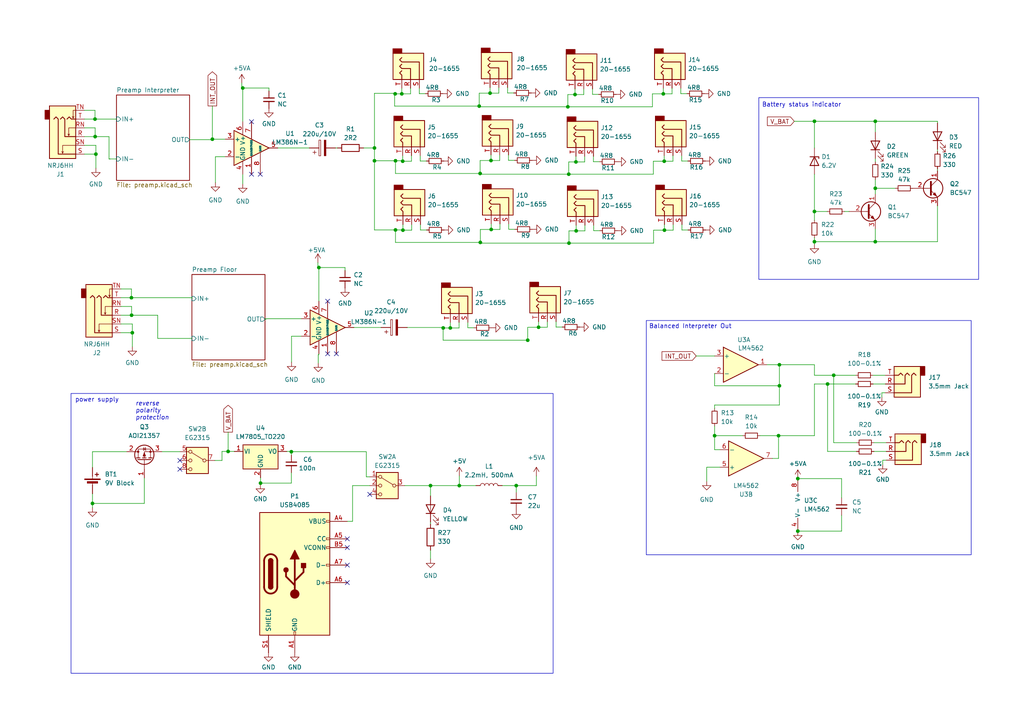
<source format=kicad_sch>
(kicad_sch (version 20230121) (generator eeschema)
  (paper "A4")
  (lib_symbols
    (symbol "Amplifier_Audio:LM386" (pin_names (offset 0.127))
      (property "Reference" "U" (at 1.27 7.62 0))
      (property "Value" "LM386" (at 1.27 5.08 0))
      (symbol "LM386_1_1"
        (pin input line (at 0 -7.62 90) (length 5.08) (name "GAIN") (number "1"))
        (pin input line (at -7.62 -2.54 0) (length 2.54) (name "-") (number "2"))
        (pin input line (at -7.62 2.54 0) (length 2.54) (name "+") (number "3"))
        (pin power_in line (at -2.54 -7.62 90) (length 3.81) (name "GND") (number "4"))
        (pin output line (at 7.62 0 180) (length 2.54) (name "~") (number "5"))
        (pin power_in line (at -2.54 7.62 270) (length 3.81) (name "V+") (number "6"))
        (pin input line (at 0 7.62 270) (length 5.08) (name "BYPASS") (number "7"))
        (pin input line (at 2.54 -7.62 90) (length 6.35) (name "GAIN") (number "8"))
      )
    )
    (symbol "Amplifier_Operational:NE5532" (pin_names (offset 0.127))
      (property "Reference" "U" (at 0 5.08 0))
      (property "Value" "NE5532" (at 0 -5.08 0))
      (symbol "NE5532_1_1"
        (pin output line (at 7.62 0 180) (length 2.54) (name "~") (number "1"))
        (pin input line (at -7.62 -2.54 0) (length 2.54) (name "-") (number "2"))
        (pin input line (at -7.62 2.54 0) (length 2.54) (name "+") (number "3"))
      )
      (symbol "NE5532_2_1"
        (pin input line (at -7.62 2.54 0) (length 2.54) (name "+") (number "5"))
        (pin input line (at -7.62 -2.54 0) (length 2.54) (name "-") (number "6"))
        (pin output line (at 7.62 0 180) (length 2.54) (name "~") (number "7"))
      )
      (symbol "NE5532_3_1"
        (pin power_in line (at -2.54 -7.62 90) (length 3.81) (name "V-") (number "4"))
        (pin power_in line (at -2.54 7.62 270) (length 3.81) (name "V+") (number "8"))
      )
    )
    (symbol "Connector:USB_C_Plug_USB2.0" (pin_names (offset 1.016))
      (property "Reference" "P" (at -10.16 19.05 0))
      (property "Value" "USB_C_Plug_USB2.0" (at 12.7 19.05 0))
      (symbol "USB_C_Plug_USB2.0_1_1"
        (pin passive line (at 0 -22.86 90) (length 5.08) (name "GND") (number "A1"))
        (pin passive line (at 0 -22.86 90) (length 5.08) hide (name "GND") (number "A12"))
        (pin passive line (at 15.24 15.24 180) (length 5.08) (name "VBUS") (number "A4"))
        (pin bidirectional line (at 15.24 10.16 180) (length 5.08) (name "CC") (number "A5"))
        (pin bidirectional line (at 15.24 -2.54 180) (length 5.08) (name "D+") (number "A6"))
        (pin bidirectional line (at 15.24 2.54 180) (length 5.08) (name "D-") (number "A7"))
        (pin passive line (at 15.24 15.24 180) (length 5.08) hide (name "VBUS") (number "A9"))
        (pin passive line (at 0 -22.86 90) (length 5.08) hide (name "GND") (number "B1"))
        (pin passive line (at 0 -22.86 90) (length 5.08) hide (name "GND") (number "B12"))
        (pin passive line (at 15.24 15.24 180) (length 5.08) hide (name "VBUS") (number "B4"))
        (pin bidirectional line (at 15.24 7.62 180) (length 5.08) (name "VCONN") (number "B5"))
        (pin passive line (at 15.24 15.24 180) (length 5.08) hide (name "VBUS") (number "B9"))
        (pin passive line (at -7.62 -22.86 90) (length 5.08) (name "SHIELD") (number "S1"))
      )
    )
    (symbol "Connector_Audio:AudioJack3"
      (property "Reference" "J" (at 0 8.89 0))
      (property "Value" "AudioJack3" (at 0 6.35 0))
      (symbol "AudioJack3_1_1"
        (pin passive line (at 5.08 0 180) (length 2.54) (name "~") (number "R"))
        (pin passive line (at 5.08 2.54 180) (length 2.54) (name "~") (number "S"))
        (pin passive line (at 5.08 -2.54 180) (length 2.54) (name "~") (number "T"))
      )
    )
    (symbol "Connector_Audio:NRJ6HH"
      (property "Reference" "J" (at 0 11.43 0))
      (property "Value" "NRJ6HH" (at 0 8.89 0))
      (symbol "NRJ6HH_1_1"
        (pin passive line (at 5.08 0 180) (length 2.54) (name "~") (number "R"))
        (pin passive line (at 5.08 -2.54 180) (length 2.54) (name "~") (number "RN"))
        (pin passive line (at 5.08 5.08 180) (length 2.54) (name "~") (number "S"))
        (pin passive line (at 5.08 2.54 180) (length 2.54) (name "~") (number "SN"))
        (pin passive line (at 5.08 -5.08 180) (length 2.54) (name "~") (number "T"))
        (pin passive line (at 5.08 -7.62 180) (length 2.54) (name "~") (number "TN"))
      )
    )
    (symbol "Device:Battery_Cell" (pin_numbers hide) (pin_names (offset 0) hide)
      (property "Reference" "BT" (at 2.54 2.54 0))
      (property "Value" "Battery_Cell" (at 2.54 0 0))
      (symbol "Battery_Cell_1_1"
        (pin passive line (at 0 5.08 270) (length 2.54) (name "+") (number "1"))
        (pin passive line (at 0 -2.54 90) (length 2.54) (name "-") (number "2"))
      )
    )
    (symbol "Device:C_Polarized" (pin_numbers hide) (pin_names (offset 0.254))
      (property "Reference" "C" (at 0.635 2.54 0))
      (property "Value" "C_Polarized" (at 0.635 -2.54 0))
      (symbol "C_Polarized_1_1"
        (pin passive line (at 0 3.81 270) (length 2.794) (name "~") (number "1"))
        (pin passive line (at 0 -3.81 90) (length 2.794) (name "~") (number "2"))
      )
    )
    (symbol "Device:C_Small" (pin_numbers hide) (pin_names (offset 0.254) hide)
      (property "Reference" "C" (at 0.254 1.778 0))
      (property "Value" "C_Small" (at 0.254 -2.032 0))
      (symbol "C_Small_1_1"
        (pin passive line (at 0 2.54 270) (length 2.032) (name "~") (number "1"))
        (pin passive line (at 0 -2.54 90) (length 2.032) (name "~") (number "2"))
      )
    )
    (symbol "Device:D_Zener" (pin_numbers hide) (pin_names (offset 1.016) hide)
      (property "Reference" "D" (at 0 2.54 0))
      (property "Value" "D_Zener" (at 0 -2.54 0))
      (symbol "D_Zener_1_1"
        (pin passive line (at -3.81 0 0) (length 2.54) (name "K") (number "1"))
        (pin passive line (at 3.81 0 180) (length 2.54) (name "A") (number "2"))
      )
    )
    (symbol "Device:L" (pin_numbers hide) (pin_names (offset 1.016) hide)
      (property "Reference" "L" (at -1.27 0 90))
      (property "Value" "L" (at 1.905 0 90))
      (symbol "L_1_1"
        (pin passive line (at 0 3.81 270) (length 1.27) (name "1") (number "1"))
        (pin passive line (at 0 -3.81 90) (length 1.27) (name "2") (number "2"))
      )
    )
    (symbol "Device:LED" (pin_numbers hide) (pin_names (offset 1.016) hide)
      (property "Reference" "D" (at 0 2.54 0))
      (property "Value" "LED" (at 0 -2.54 0))
      (symbol "LED_1_1"
        (pin passive line (at -3.81 0 0) (length 2.54) (name "K") (number "1"))
        (pin passive line (at 3.81 0 180) (length 2.54) (name "A") (number "2"))
      )
    )
    (symbol "Device:Q_PMOS_GDS" (pin_names (offset 0) hide)
      (property "Reference" "Q" (at 5.08 1.27 0))
      (property "Value" "Q_PMOS_GDS" (at 5.08 -1.27 0))
      (symbol "Q_PMOS_GDS_1_1"
        (pin input line (at -5.08 0 0) (length 2.54) (name "G") (number "1"))
        (pin passive line (at 2.54 5.08 270) (length 2.54) (name "D") (number "2"))
        (pin passive line (at 2.54 -5.08 90) (length 2.54) (name "S") (number "3"))
      )
    )
    (symbol "Device:R" (pin_numbers hide) (pin_names (offset 0))
      (property "Reference" "R" (at 2.032 0 90))
      (property "Value" "R" (at 0 0 90))
      (symbol "R_1_1"
        (pin passive line (at 0 3.81 270) (length 1.27) (name "~") (number "1"))
        (pin passive line (at 0 -3.81 90) (length 1.27) (name "~") (number "2"))
      )
    )
    (symbol "Device:R_Small" (pin_numbers hide) (pin_names (offset 0.254) hide)
      (property "Reference" "R" (at 0.762 0.508 0))
      (property "Value" "R_Small" (at 0.762 -1.016 0))
      (symbol "R_Small_1_1"
        (pin passive line (at 0 2.54 270) (length 0.762) (name "~") (number "1"))
        (pin passive line (at 0 -2.54 90) (length 0.762) (name "~") (number "2"))
      )
    )
    (symbol "Regulator_Linear:LM7805_TO220" (pin_names (offset 0.254))
      (property "Reference" "U" (at -3.81 3.175 0))
      (property "Value" "LM7805_TO220" (at 0 3.175 0))
      (symbol "LM7805_TO220_1_1"
        (pin power_in line (at -7.62 0 0) (length 2.54) (name "VI") (number "1"))
        (pin power_in line (at 0 -7.62 90) (length 2.54) (name "GND") (number "2"))
        (pin power_out line (at 7.62 0 180) (length 2.54) (name "VO") (number "3"))
      )
    )
    (symbol "Switch:SW_DP3T" (pin_names (offset 0) hide)
      (property "Reference" "SW" (at 0 5.08 0))
      (property "Value" "SW_DP3T" (at 0 -5.08 0))
      (symbol "SW_DP3T_1_1"
        (pin passive line (at 5.08 2.54 180) (length 2.54) (name "1") (number "1"))
        (pin passive line (at 5.08 0 180) (length 2.54) (name "2") (number "2"))
        (pin passive line (at -5.08 0 0) (length 2.54) (name "3") (number "3"))
        (pin passive line (at 5.08 -2.54 180) (length 2.54) (name "4") (number "4"))
      )
      (symbol "SW_DP3T_2_1"
        (pin passive line (at 5.08 2.54 180) (length 2.54) (name "5") (number "5"))
        (pin passive line (at 5.08 0 180) (length 2.54) (name "6") (number "6"))
        (pin passive line (at -5.08 0 0) (length 2.54) (name "7") (number "7"))
        (pin passive line (at 5.08 -2.54 180) (length 2.54) (name "8") (number "8"))
      )
    )
    (symbol "Transistor_BJT:BC547" (pin_names (offset 0) hide)
      (property "Reference" "Q" (at 5.08 1.905 0))
      (property "Value" "BC547" (at 5.08 0 0))
      (symbol "BC547_1_1"
        (pin passive line (at 2.54 5.08 270) (length 2.54) (name "C") (number "1"))
        (pin input line (at -5.08 0 0) (length 5.08) (name "B") (number "2"))
        (pin passive line (at 2.54 -5.08 90) (length 2.54) (name "E") (number "3"))
      )
    )
    (symbol "power:+5V" (power) (pin_names (offset 0))
      (property "Value" "+5V" (at 0 3.556 0))
      (symbol "+5V_1_1"
        (pin power_in line (at 0 0 90) (length 0) hide (name "+5V") (number "1"))
      )
    )
    (symbol "power:+5VA" (power) (pin_names (offset 0))
      (property "Value" "+5VA" (at 0 3.556 0))
      (symbol "+5VA_1_1"
        (pin power_in line (at 0 0 90) (length 0) hide (name "+5VA") (number "1"))
      )
    )
    (symbol "power:GND" (power) (pin_names (offset 0))
      (property "Value" "GND" (at 0 -3.81 0))
      (symbol "GND_1_1"
        (pin power_in line (at 0 0 270) (length 0) hide (name "GND") (number "1"))
      )
    )
  )
  (junction (at 142.4051 46.5572))
  (junction (at 253.873 70.104))
  (junction (at 116.5366 27.2201))
  (junction (at 114.7078 46.6257))
  (junction (at 207.264 126.365))
  (junction (at 253.873 54.61))
  (junction (at 236.22 61.341))
  (junction (at 226.06 105.791))
  (junction (at 241.808 108.839))
  (junction (at 138.9902 30.7761))
  (junction (at 164.9603 50.5196))
  (junction (at 84.5058 131.0132))
  (junction (at 165.0266 70.5184))
  (junction (at 167.0431 46.9636))
  (junction (at 225.806 126.365))
  (junction (at 70.4102 25.5301))
  (junction (at 66.167 130.937))
  (junction (at 116.8019 46.7604))
  (junction (at 27.813 44.704))
  (junction (at 75.565 140.1239))
  (junction (at 253.873 35.179))
  (junction (at 153.0604 98.6759))
  (junction (at 108.6118 42.9173))
  (junction (at 142.1398 27.0169))
  (junction (at 139.2555 50.3164))
  (junction (at 192.381 27.2201))
  (junction (at 27.5537 34.544))
  (junction (at 236.22 35.179))
  (junction (at 240.03 111.379))
  (junction (at 38.1644 91.4282))
  (junction (at 108.6118 46.6257))
  (junction (at 26.8224 146.019))
  (junction (at 114.6062 27.2201))
  (junction (at 128.5468 95.1199))
  (junction (at 226.06 111.887))
  (junction (at 164.695 30.9793))
  (junction (at 27.5966 39.624))
  (junction (at 130.6068 95.1199))
  (junction (at 149.733 140.843))
  (junction (at 167.1094 66.9624))
  (junction (at 192.7126 66.7592))
  (junction (at 236.22 70.104))
  (junction (at 133.223 140.843))
  (junction (at 92.4828 77.597))
  (junction (at 142.4714 66.556))
  (junction (at 192.6463 46.7604))
  (junction (at 156.21 94.9167))
  (junction (at 139.3218 70.3152))
  (junction (at 166.7778 27.4233))
  (junction (at 114.7078 66.6917))
  (junction (at 231.394 138.811))
  (junction (at 231.394 154.051))
  (junction (at 38.3808 96.5082))
  (junction (at 38.1215 86.3482))
  (junction (at 124.8664 140.843))
  (junction (at 61.595 40.3773))
  (junction (at 116.8682 66.7592))
  (no_connect (at 97.5628 102.6042))
  (no_connect (at 100.7364 163.9062))
  (no_connect (at 72.9502 35.2973))
  (no_connect (at 95.0228 87.3642))
  (no_connect (at 107.2388 143.383))
  (no_connect (at 100.7364 156.2862))
  (no_connect (at 52.1716 136.0932))
  (no_connect (at 95.0228 102.6042))
  (no_connect (at 72.9502 50.5373))
  (no_connect (at 100.7364 158.8262))
  (no_connect (at 100.7364 168.9862))
  (no_connect (at 75.4902 50.5373))
  (no_connect (at 52.1716 133.5532))
  (wire (pts (xy 139.2555 50.3164) (xy 139.2555 50.5196)))
  (wire (pts (xy 256.032 133.477) (xy 257.048 133.477)))
  (wire (pts (xy 121.8819 46.7096) (xy 123.6599 46.7096)))
  (wire (pts (xy 236.22 68.961) (xy 236.22 70.104)))
  (wire (pts (xy 31.877 46.101) (xy 33.782 46.101)))
  (wire (pts (xy 253.238 111.379) (xy 256.794 111.379)))
  (wire (pts (xy 128.524 95.1199) (xy 128.524 98.6759)))
  (wire (pts (xy 189.4967 50.5196) (xy 189.4967 46.7604)))
  (wire (pts (xy 114.7078 70.3152) (xy 139.3218 70.3152)))
  (wire (pts (xy 80.5702 42.9173) (xy 89.7142 42.9173)))
  (wire (pts (xy 108.6118 66.6917) (xy 108.6118 46.6257)))
  (wire (pts (xy 114.4538 30.7761) (xy 138.9902 30.7761)))
  (wire (pts (xy 54.991 40.513) (xy 61.595 40.513)))
  (wire (pts (xy 77.1158 92.5712) (xy 77.1158 92.4442)))
  (wire (pts (xy 45.7468 98.1592) (xy 55.6528 98.1592)))
  (wire (pts (xy 166.7778 27.4233) (xy 169.3178 27.4233)))
  (wire (pts (xy 121.8819 46.7096) (xy 121.8819 45.1348)))
  (wire (pts (xy 52.1716 131.0132) (xy 46.9392 131.0132)))
  (wire (pts (xy 236.22 50.546) (xy 236.22 61.341)))
  (wire (pts (xy 41.8592 138.6332) (xy 41.8592 146.019)))
  (wire (pts (xy 139.2555 46.5572) (xy 139.2555 50.3164)))
  (wire (pts (xy 253.873 66.421) (xy 253.873 70.104)))
  (wire (pts (xy 97.3342 42.9173) (xy 97.8422 42.9173)))
  (wire (pts (xy 147.4851 46.5064) (xy 147.4851 44.9316)))
  (wire (pts (xy 192.6463 46.7604) (xy 195.1863 46.7604)))
  (wire (pts (xy 169.5831 46.9636) (xy 169.5831 45.338)))
  (wire (pts (xy 133.1468 95.1199) (xy 133.1468 93.4943)))
  (wire (pts (xy 164.9603 50.5196) (xy 189.4967 50.5196)))
  (wire (pts (xy 253.492 128.397) (xy 257.048 128.397)))
  (wire (pts (xy 253.238 108.839) (xy 256.794 108.839)))
  (wire (pts (xy 116.7906 66.6917) (xy 116.7906 66.7592)))
  (wire (pts (xy 27.5966 37.084) (xy 27.5966 39.624)))
  (wire (pts (xy 130.6068 95.1199) (xy 133.1468 95.1199)))
  (wire (pts (xy 142.4051 46.5572) (xy 144.9451 46.5572)))
  (wire (pts (xy 236.22 35.179) (xy 253.873 35.179)))
  (wire (pts (xy 92.4828 102.8582) (xy 92.3036 102.8582)))
  (wire (pts (xy 172.1231 46.9128) (xy 172.1231 45.338)))
  (wire (pts (xy 92.3036 102.8582) (xy 92.3036 105.2799)))
  (wire (pts (xy 27.5537 32.004) (xy 27.5537 34.544)))
  (wire (pts (xy 207.264 123.571) (xy 207.264 126.365)))
  (wire (pts (xy 84.5058 131.0132) (xy 84.5058 132.0038)))
  (wire (pts (xy 271.907 70.104) (xy 253.873 70.104)))
  (wire (pts (xy 35.0788 86.3482) (xy 38.1215 86.3482)))
  (wire (pts (xy 38.3808 96.5082) (xy 35.0788 96.5082)))
  (wire (pts (xy 161.29 94.8659) (xy 161.29 93.2911)))
  (wire (pts (xy 108.6118 46.6257) (xy 114.7078 46.6257)))
  (wire (pts (xy 76.8618 92.5712) (xy 77.1158 92.5712)))
  (wire (pts (xy 116.7906 46.6257) (xy 116.7906 46.7604)))
  (wire (pts (xy 35.0788 93.9682) (xy 38.3808 93.9682)))
  (wire (pts (xy 119.3419 46.7604) (xy 119.3419 45.1348)))
  (wire (pts (xy 172.1231 46.9128) (xy 173.9011 46.9128)))
  (wire (pts (xy 142.1398 27.0169) (xy 144.6798 27.0169)))
  (wire (pts (xy 38.3808 93.9682) (xy 38.3808 96.5082)))
  (wire (pts (xy 167.0431 45.338) (xy 167.0431 46.9636)))
  (wire (pts (xy 108.6118 27.0677) (xy 108.6118 42.9173)))
  (wire (pts (xy 264.795 54.61) (xy 264.287 54.61)))
  (wire (pts (xy 147.4851 46.5064) (xy 149.2631 46.5064)))
  (wire (pts (xy 130.6068 93.4943) (xy 130.6068 95.1199)))
  (wire (pts (xy 38.3808 100.5722) (xy 38.3808 96.5082)))
  (wire (pts (xy 114.7078 66.6917) (xy 114.7078 70.3152)))
  (wire (pts (xy 121.6166 27.1693) (xy 123.3946 27.1693)))
  (wire (pts (xy 92.202 77.597) (xy 92.4828 77.597)))
  (wire (pts (xy 197.7263 46.7096) (xy 199.5043 46.7096)))
  (wire (pts (xy 236.22 108.839) (xy 236.22 105.791)))
  (wire (pts (xy 38.1215 83.8082) (xy 38.1215 86.3482)))
  (wire (pts (xy 108.6118 27.0677) (xy 114.6062 27.0677)))
  (wire (pts (xy 27.813 48.768) (xy 27.813 44.704)))
  (wire (pts (xy 139.3218 70.3152) (xy 139.3218 70.5184)))
  (wire (pts (xy 144.9451 46.5572) (xy 144.9451 44.9316)))
  (wire (pts (xy 139.3218 66.556) (xy 142.4714 66.556)))
  (wire (pts (xy 116.5366 25.5945) (xy 116.5366 27.2201)))
  (wire (pts (xy 244.094 144.399) (xy 244.094 138.811)))
  (wire (pts (xy 142.4714 64.9304) (xy 142.4714 66.556)))
  (wire (pts (xy 102.2604 140.843) (xy 107.2388 140.843)))
  (wire (pts (xy 271.907 59.69) (xy 271.907 70.104)))
  (wire (pts (xy 220.472 126.365) (xy 225.806 126.365)))
  (wire (pts (xy 253.492 130.937) (xy 257.048 130.937)))
  (wire (pts (xy 142.1398 25.3913) (xy 142.1398 27.0169)))
  (wire (pts (xy 244.094 154.051) (xy 231.394 154.051)))
  (wire (pts (xy 84.5058 130.937) (xy 83.185 130.937)))
  (wire (pts (xy 38.1215 86.3482) (xy 55.6528 86.3482)))
  (wire (pts (xy 119.0766 27.2201) (xy 119.0766 25.5945)))
  (wire (pts (xy 167.1094 65.3368) (xy 167.1094 66.9624)))
  (wire (pts (xy 105.4622 42.9173) (xy 108.6118 42.9173)))
  (wire (pts (xy 135.6868 95.0691) (xy 137.4648 95.0691)))
  (wire (pts (xy 248.412 128.397) (xy 241.808 128.397)))
  (wire (pts (xy 26.8224 147.2692) (xy 26.8224 146.019)))
  (wire (pts (xy 207.264 117.475) (xy 226.06 117.475)))
  (wire (pts (xy 45.7468 91.4282) (xy 45.7468 98.1592)))
  (wire (pts (xy 142.4714 66.556) (xy 145.0114 66.556)))
  (wire (pts (xy 207.264 108.331) (xy 207.264 111.887)))
  (wire (pts (xy 114.6062 27.2201) (xy 114.4538 27.2201)))
  (wire (pts (xy 128.5468 95.1199) (xy 130.6068 95.1199)))
  (wire (pts (xy 27.5537 34.544) (xy 33.782 34.544)))
  (wire (pts (xy 78.0034 26.3906) (xy 78.0034 25.5301)))
  (wire (pts (xy 84.5058 130.937) (xy 84.5058 131.0132)))
  (wire (pts (xy 124.8664 151.4602) (xy 124.8664 151.9682)))
  (wire (pts (xy 102.6428 94.9842) (xy 110.5168 94.9842)))
  (wire (pts (xy 149.733 140.843) (xy 155.575 140.843)))
  (wire (pts (xy 253.873 35.179) (xy 253.873 38.354)))
  (wire (pts (xy 195.2526 66.7592) (xy 195.2526 65.1336)))
  (wire (pts (xy 100.7364 151.2062) (xy 102.2604 151.2062)))
  (wire (pts (xy 189.2314 27.2201) (xy 192.381 27.2201)))
  (wire (pts (xy 139.2555 50.5196) (xy 164.9603 50.5196)))
  (wire (pts (xy 114.6062 27.2201) (xy 116.5366 27.2201)))
  (wire (pts (xy 207.264 130.429) (xy 207.264 126.365)))
  (wire (pts (xy 75.565 140.1239) (xy 75.565 138.557)))
  (wire (pts (xy 195.1863 46.7604) (xy 195.1863 45.1348)))
  (wire (pts (xy 114.4538 27.2201) (xy 114.4538 30.7761)))
  (wire (pts (xy 55.6528 86.3482) (xy 55.6528 86.6022)))
  (wire (pts (xy 192.381 27.2201) (xy 194.921 27.2201)))
  (wire (pts (xy 38.1644 91.4282) (xy 45.7468 91.4282)))
  (wire (pts (xy 172.1894 66.9116) (xy 173.9674 66.9116)))
  (wire (pts (xy 64.389 133.5532) (xy 62.3316 133.5532)))
  (wire (pts (xy 138.049 140.843) (xy 133.223 140.843)))
  (wire (pts (xy 207.264 111.887) (xy 226.06 111.887)))
  (wire (pts (xy 92.4828 102.6042) (xy 92.4828 102.8582)))
  (wire (pts (xy 135.6868 95.0691) (xy 135.6868 93.4943)))
  (wire (pts (xy 197.7263 46.7096) (xy 197.7263 45.1348)))
  (wire (pts (xy 128.524 98.6759) (xy 153.0604 98.6759)))
  (wire (pts (xy 204.978 139.573) (xy 204.978 135.509)))
  (wire (pts (xy 244.983 61.341) (xy 246.253 61.341)))
  (wire (pts (xy 166.7778 25.7977) (xy 166.7778 27.4233)))
  (wire (pts (xy 121.9482 66.7084) (xy 121.9482 65.1336)))
  (wire (pts (xy 26.8224 146.019) (xy 26.8224 143.2052)))
  (wire (pts (xy 192.7126 65.1336) (xy 192.7126 66.7592)))
  (wire (pts (xy 241.808 108.839) (xy 236.22 108.839)))
  (wire (pts (xy 24.511 37.084) (xy 27.5966 37.084)))
  (wire (pts (xy 164.9603 46.9636) (xy 167.0431 46.9636)))
  (wire (pts (xy 241.808 128.397) (xy 241.808 108.839)))
  (wire (pts (xy 116.8682 65.1336) (xy 116.8682 66.7592)))
  (wire (pts (xy 149.733 140.843) (xy 149.733 142.875)))
  (wire (pts (xy 226.06 105.791) (xy 222.504 105.791)))
  (wire (pts (xy 31.623 39.6327) (xy 31.623 46.1097)))
  (wire (pts (xy 61.595 40.3773) (xy 65.3302 40.3773)))
  (wire (pts (xy 62.484 45.4573) (xy 65.3302 45.4573)))
  (wire (pts (xy 147.2198 26.9661) (xy 148.9978 26.9661)))
  (wire (pts (xy 117.3988 140.843) (xy 124.8664 140.843)))
  (wire (pts (xy 145.669 140.843) (xy 149.733 140.843)))
  (wire (pts (xy 240.03 111.379) (xy 236.22 111.379)))
  (wire (pts (xy 145.0114 66.556) (xy 145.0114 64.9304)))
  (wire (pts (xy 271.907 35.179) (xy 271.907 35.687)))
  (wire (pts (xy 27.5966 39.6327) (xy 31.623 39.6327)))
  (wire (pts (xy 61.595 40.3773) (xy 61.595 40.513)))
  (wire (pts (xy 70.4102 50.5373) (xy 70.4102 53.3313)))
  (wire (pts (xy 138.9902 30.9793) (xy 164.695 30.9793)))
  (wire (pts (xy 124.8664 162.1282) (xy 124.8664 159.5882)))
  (wire (pts (xy 172.1894 66.9116) (xy 172.1894 65.3368)))
  (wire (pts (xy 197.461 27.1693) (xy 197.461 25.5945)))
  (wire (pts (xy 61.595 30.734) (xy 61.595 40.3773)))
  (wire (pts (xy 100.076 78.4575) (xy 100.076 77.597)))
  (wire (pts (xy 244.094 149.479) (xy 244.094 154.051)))
  (wire (pts (xy 114.7078 46.6257) (xy 116.7906 46.6257)))
  (wire (pts (xy 259.715 54.61) (xy 253.873 54.61)))
  (wire (pts (xy 201.93 103.251) (xy 207.264 103.251)))
  (wire (pts (xy 153.0604 94.9167) (xy 153.0604 98.6759)))
  (wire (pts (xy 194.921 27.2201) (xy 194.921 25.5945)))
  (wire (pts (xy 156.21 93.2911) (xy 156.21 94.9167)))
  (wire (pts (xy 197.7926 66.7084) (xy 197.7926 65.1336)))
  (wire (pts (xy 27.813 42.164) (xy 27.813 44.704)))
  (wire (pts (xy 197.7926 66.7084) (xy 199.5706 66.7084)))
  (wire (pts (xy 92.4828 77.597) (xy 92.4828 87.3642)))
  (wire (pts (xy 236.22 42.926) (xy 236.22 35.179)))
  (wire (pts (xy 106.2482 138.303) (xy 106.2482 131.0132)))
  (wire (pts (xy 118.1368 94.9842) (xy 128.5468 94.9842)))
  (wire (pts (xy 138.9902 27.0169) (xy 138.9902 30.7761)))
  (wire (pts (xy 75.565 140.1239) (xy 84.5058 140.1239)))
  (wire (pts (xy 153.0604 94.9167) (xy 156.21 94.9167)))
  (wire (pts (xy 116.7906 66.7592) (xy 116.8682 66.7592)))
  (wire (pts (xy 167.0431 46.9636) (xy 169.5831 46.9636)))
  (wire (pts (xy 147.2198 26.9661) (xy 147.2198 25.3913)))
  (wire (pts (xy 156.21 94.9167) (xy 158.75 94.9167)))
  (wire (pts (xy 116.8682 66.7592) (xy 119.4082 66.7592)))
  (wire (pts (xy 26.8224 135.5852) (xy 26.8224 131.0132)))
  (wire (pts (xy 236.22 111.379) (xy 236.22 126.365)))
  (wire (pts (xy 255.778 115.189) (xy 255.778 113.919)))
  (wire (pts (xy 128.5468 94.9842) (xy 128.5468 95.1199)))
  (wire (pts (xy 169.6494 66.9624) (xy 169.6494 65.3368)))
  (wire (pts (xy 128.524 95.1199) (xy 128.5468 95.1199)))
  (wire (pts (xy 114.7078 66.6917) (xy 108.6118 66.6917)))
  (wire (pts (xy 116.8019 46.7604) (xy 119.3419 46.7604)))
  (wire (pts (xy 253.873 70.104) (xy 236.22 70.104)))
  (wire (pts (xy 139.3218 66.556) (xy 139.3218 70.3152)))
  (wire (pts (xy 192.7126 66.7592) (xy 195.2526 66.7592)))
  (wire (pts (xy 38.1644 88.8882) (xy 38.1644 91.4282)))
  (wire (pts (xy 153.0604 98.6759) (xy 153.0604 98.8791)))
  (wire (pts (xy 165.0266 66.9624) (xy 167.1094 66.9624)))
  (wire (pts (xy 155.575 140.843) (xy 155.575 138.049)))
  (wire (pts (xy 24.511 39.624) (xy 27.5966 39.624)))
  (wire (pts (xy 84.5058 131.0132) (xy 106.2482 131.0132)))
  (wire (pts (xy 142.4051 44.9316) (xy 142.4051 46.5572)))
  (wire (pts (xy 121.9482 66.7084) (xy 123.7262 66.7084)))
  (wire (pts (xy 66.167 125.349) (xy 66.167 130.937)))
  (wire (pts (xy 189.563 66.7592) (xy 192.7126 66.7592)))
  (wire (pts (xy 197.461 27.1693) (xy 199.239 27.1693)))
  (wire (pts (xy 171.8578 27.3725) (xy 173.6358 27.3725)))
  (wire (pts (xy 164.695 27.4233) (xy 166.7778 27.4233)))
  (wire (pts (xy 248.412 130.937) (xy 240.03 130.937)))
  (wire (pts (xy 208.788 130.429) (xy 207.264 130.429)))
  (wire (pts (xy 41.8592 146.019) (xy 26.8224 146.019)))
  (wire (pts (xy 35.0788 88.8882) (xy 38.1644 88.8882)))
  (wire (pts (xy 204.978 135.509) (xy 208.788 135.509)))
  (wire (pts (xy 84.5566 105.0259) (xy 84.5566 97.5242)))
  (wire (pts (xy 226.06 105.791) (xy 236.22 105.791)))
  (wire (pts (xy 84.5058 137.0838) (xy 84.5058 140.1239)))
  (wire (pts (xy 116.5366 27.2201) (xy 119.0766 27.2201)))
  (wire (pts (xy 116.8019 45.1348) (xy 116.8019 46.7604)))
  (wire (pts (xy 114.6062 27.0677) (xy 114.6062 27.2201)))
  (wire (pts (xy 138.9902 27.0169) (xy 142.1398 27.0169)))
  (wire (pts (xy 114.7078 50.3164) (xy 139.2555 50.3164)))
  (wire (pts (xy 240.03 111.379) (xy 248.158 111.379)))
  (wire (pts (xy 26.8224 131.0132) (xy 36.7792 131.0132)))
  (wire (pts (xy 165.0266 66.9624) (xy 165.0266 70.5184)))
  (wire (pts (xy 256.032 134.747) (xy 256.032 133.477)))
  (wire (pts (xy 147.5514 66.5052) (xy 149.3294 66.5052)))
  (wire (pts (xy 147.5514 66.5052) (xy 147.5514 64.9304)))
  (wire (pts (xy 102.2604 151.2062) (xy 102.2604 140.843)))
  (wire (pts (xy 167.1094 66.9624) (xy 169.6494 66.9624)))
  (wire (pts (xy 255.778 113.919) (xy 256.794 113.919)))
  (wire (pts (xy 239.903 61.341) (xy 236.22 61.341)))
  (wire (pts (xy 226.06 111.887) (xy 226.06 117.475)))
  (wire (pts (xy 84.5566 97.5242) (xy 87.4028 97.5242)))
  (wire (pts (xy 189.4967 46.7604) (xy 192.6463 46.7604)))
  (wire (pts (xy 108.6118 42.9173) (xy 108.6118 46.6257)))
  (wire (pts (xy 138.9902 30.7761) (xy 138.9902 30.9793)))
  (wire (pts (xy 24.511 32.004) (xy 27.5537 32.004)))
  (wire (pts (xy 27.813 44.704) (xy 24.511 44.704)))
  (wire (pts (xy 139.2555 46.5572) (xy 142.4051 46.5572)))
  (wire (pts (xy 100.076 77.597) (xy 92.4828 77.597)))
  (wire (pts (xy 75.5142 140.5128) (xy 75.5142 140.1239)))
  (wire (pts (xy 207.264 126.365) (xy 215.392 126.365)))
  (wire (pts (xy 114.7078 46.6257) (xy 114.7078 50.3164)))
  (wire (pts (xy 192.381 25.5945) (xy 192.381 27.2201)))
  (wire (pts (xy 207.264 118.491) (xy 207.264 117.475)))
  (wire (pts (xy 78.0034 25.5301) (xy 70.4102 25.5301)))
  (wire (pts (xy 133.223 138.049) (xy 133.223 140.843)))
  (wire (pts (xy 192.6463 45.1348) (xy 192.6463 46.7604)))
  (wire (pts (xy 35.0788 91.4282) (xy 38.1644 91.4282)))
  (wire (pts (xy 164.9603 46.9636) (xy 164.9603 50.5196)))
  (wire (pts (xy 230.378 35.179) (xy 236.22 35.179)))
  (wire (pts (xy 124.8664 140.843) (xy 133.223 140.843)))
  (wire (pts (xy 225.806 126.365) (xy 225.806 132.969)))
  (wire (pts (xy 165.0266 70.5184) (xy 189.563 70.5184)))
  (wire (pts (xy 144.6798 27.0169) (xy 144.6798 25.3913)))
  (wire (pts (xy 169.3178 27.4233) (xy 169.3178 25.7977)))
  (wire (pts (xy 240.03 130.937) (xy 240.03 111.379)))
  (wire (pts (xy 164.695 27.4233) (xy 164.695 30.9793)))
  (wire (pts (xy 139.3218 70.5184) (xy 165.0266 70.5184)))
  (wire (pts (xy 124.8664 143.8402) (xy 124.8664 140.843)))
  (wire (pts (xy 70.4102 25.5301) (xy 70.4102 35.2973)))
  (wire (pts (xy 271.907 43.307) (xy 271.907 43.942)))
  (wire (pts (xy 236.22 61.341) (xy 236.22 63.881)))
  (wire (pts (xy 24.511 34.544) (xy 27.5537 34.544)))
  (wire (pts (xy 271.907 49.022) (xy 271.907 49.53)))
  (wire (pts (xy 31.877 46.1097) (xy 31.877 46.101)))
  (wire (pts (xy 107.2388 138.303) (xy 106.2482 138.303)))
  (wire (pts (xy 35.0788 83.8082) (xy 38.1215 83.8082)))
  (wire (pts (xy 114.7078 66.6917) (xy 116.7906 66.6917)))
  (wire (pts (xy 161.29 94.8659) (xy 163.068 94.8659)))
  (wire (pts (xy 64.389 133.5532) (xy 64.389 130.937)))
  (wire (pts (xy 70.1294 25.5301) (xy 70.4102 25.5301)))
  (wire (pts (xy 27.5966 39.6327) (xy 27.5966 39.624)))
  (wire (pts (xy 77.1158 92.4442) (xy 87.4028 92.4442)))
  (wire (pts (xy 116.7906 46.7604) (xy 116.8019 46.7604)))
  (wire (pts (xy 119.4082 66.7592) (xy 119.4082 65.1336)))
  (wire (pts (xy 226.06 111.887) (xy 226.06 105.791)))
  (wire (pts (xy 241.808 108.839) (xy 248.158 108.839)))
  (wire (pts (xy 75.565 140.1239) (xy 75.5142 140.1239)))
  (wire (pts (xy 189.563 70.5184) (xy 189.563 66.7592)))
  (wire (pts (xy 225.806 132.969) (xy 224.028 132.969)))
  (wire (pts (xy 164.695 30.9793) (xy 189.2314 30.9793)))
  (wire (pts (xy 121.6166 27.1693) (xy 121.6166 25.5945)))
  (wire (pts (xy 24.511 42.164) (xy 27.813 42.164)))
  (wire (pts (xy 31.623 46.1097) (xy 31.877 46.1097)))
  (wire (pts (xy 189.2314 30.9793) (xy 189.2314 27.2201)))
  (wire (pts (xy 62.484 52.959) (xy 62.484 45.4573)))
  (wire (pts (xy 244.094 138.811) (xy 231.394 138.811)))
  (wire (pts (xy 253.873 35.179) (xy 271.907 35.179)))
  (wire (pts (xy 171.8578 27.3725) (xy 171.8578 25.7977)))
  (wire (pts (xy 92.202 76.1715) (xy 92.202 77.597)))
  (wire (pts (xy 70.1294 24.1046) (xy 70.1294 25.5301)))
  (wire (pts (xy 253.873 54.61) (xy 253.873 56.261)))
  (wire (pts (xy 236.22 70.866) (xy 236.22 70.104)))
  (wire (pts (xy 66.167 130.937) (xy 67.945 130.937)))
  (wire (pts (xy 253.873 45.974) (xy 253.873 46.99)))
  (wire (pts (xy 64.389 130.937) (xy 66.167 130.937)))
  (wire (pts (xy 253.873 54.61) (xy 253.873 52.07)))
  (wire (pts (xy 158.75 94.9167) (xy 158.75 93.2911)))
  (wire (pts (xy 225.806 126.365) (xy 236.22 126.365)))
  (rectangle (start 187.452 92.964) (end 281.686 160.909))
  (rectangle (start 220.091 28.321) (end 283.845 81.026))
  (rectangle (start 20.5994 114.1222) (end 160.4264 195.2752))
  (text "Balanced Interpreter Out" (at 188.214 95.504 0) (effects (font (size 1.27 1.27)) (justify left bottom)))
  (text "reverse\npolarity\nprotection\n" (at 39.2684 121.9962 0) (effects (font (size 1.27 1.27) italic) (justify left bottom)))
  (text "Battery status indicator" (at 220.98 31.242 0) (effects (font (size 1.27 1.27)) (justify left bottom)))
  (text "power supply" (at 21.7424 116.7892 0) (effects (font (size 1.27 1.27)) (justify left bottom)))
  (global_label "INT_OUT" (shape input) (at 201.93 103.251 180) (property "Intersheetrefs" "${INTERSHEET_REFS}" (effects hide)))
  (global_label "V_BAT" (shape input) (at 230.378 35.179 180) (property "Intersheetrefs" "${INTERSHEET_REFS}" (effects hide)))
  (global_label "V_BAT" (shape output) (at 66.167 125.349 90) (property "Intersheetrefs" "${INTERSHEET_REFS}" (effects hide)))
  (global_label "INT_OUT" (shape output) (at 61.595 30.734 90) (property "Intersheetrefs" "${INTERSHEET_REFS}" (effects hide)))
  (symbol (lib_id "Device:C_Polarized") (at 114.3268 94.9842 90) (unit 1)
    (property "Reference" "C4" (at 113.4378 87.6182 90))
    (property "Value" "220u/10V" (at 113.4378 90.1582 90))
    (property "Footprint" "Capacitor_THT:CP_Radial_D6.3mm_P2.50mm" (effects hide))
  )
  (symbol (lib_id "Device:R_Small") (at 236.22 66.421 0) (unit 1)
    (property "Reference" "R22" (at 238.125 65.151 0) (effects (justify left)))
    (property "Value" "10k" (at 238.125 67.691 0) (effects (justify left)))
  )
  (symbol (lib_id "power:GND") (at 27.813 48.768 0) (unit 1)
    (property "Reference" "#PWR01" (effects hide))
    (property "Value" "GND" (at 27.813 53.4162 0))
  )
  (symbol (lib_id "Device:Q_PMOS_GDS") (at 41.8592 133.5532 90) (unit 1)
    (property "Reference" "Q3" (at 41.8592 123.825 90))
    (property "Value" "AOI21357" (at 41.8592 126.365 90))
  )
  (symbol (lib_id "power:+5VA") (at 70.1294 24.1046 0) (unit 1)
    (property "Reference" "#PWR05" (effects hide))
    (property "Value" "+5VA" (at 70.1294 19.7866 0))
  )
  (symbol (lib_id "Device:R_Small") (at 176.5074 66.9116 90) (unit 1)
    (property "Reference" "R12" (at 178.4124 68.715 90) (effects (justify left)))
    (property "Value" "4R8" (at 177.9044 65.1336 90) (effects (justify left)))
  )
  (symbol (lib_id "Connector_Audio:AudioJack3") (at 194.921 20.5145 270) (unit 1)
    (property "Reference" "J14" (at 199.5438 17.3395 90) (effects (justify left)))
    (property "Value" "20-1655" (at 199.5438 19.8795 90) (effects (justify left)))
  )
  (symbol (lib_id "Device:R") (at 101.6522 42.9173 90) (unit 1)
    (property "Reference" "R1" (at 101.6522 37.4309 90))
    (property "Value" "2R2" (at 101.6522 39.9709 90))
  )
  (symbol (lib_id "power:GND") (at 26.8224 147.2692 0) (unit 1)
    (property "Reference" "#PWR031" (effects hide))
    (property "Value" "GND" (at 26.8224 152.3492 0))
  )
  (symbol (lib_id "Device:R_Small") (at 217.932 126.365 90) (unit 1)
    (property "Reference" "R14" (at 217.932 121.031 90))
    (property "Value" "10k" (at 217.932 123.571 90))
  )
  (symbol (lib_id "Connector_Audio:AudioJack3") (at 133.1468 88.4143 270) (unit 1)
    (property "Reference" "J3" (at 137.7696 85.2393 90) (effects (justify left)))
    (property "Value" "20-1655" (at 137.7696 87.7793 90) (effects (justify left)))
  )
  (symbol (lib_id "Device:R_Small") (at 250.698 111.379 90) (mirror x) (unit 1)
    (property "Reference" "R19" (at 250.698 117.475 90))
    (property "Value" "100-0.1%" (at 250.698 114.935 90))
  )
  (symbol (lib_id "power:GND") (at 124.8664 162.1282 0) (unit 1)
    (property "Reference" "#PWR034" (effects hide))
    (property "Value" "GND" (at 124.8664 166.9542 0))
  )
  (symbol (lib_id "power:GND") (at 231.394 154.051 0) (unit 1)
    (property "Reference" "#PWR027" (effects hide))
    (property "Value" "GND" (at 231.394 158.623 0))
  )
  (symbol (lib_id "Device:D_Zener") (at 236.22 46.736 270) (unit 1)
    (property "Reference" "D1" (at 238.252 45.466 90) (effects (justify left)))
    (property "Value" "6.2V" (at 238.252 48.006 90) (effects (justify left)))
  )
  (symbol (lib_id "power:GND") (at 85.4964 189.3062 0) (unit 1)
    (property "Reference" "#PWR038" (effects hide))
    (property "Value" "GND" (at 85.4964 193.5226 0))
  )
  (symbol (lib_id "power:GND") (at 236.22 70.866 0) (unit 1)
    (property "Reference" "#PWR030" (effects hide))
    (property "Value" "GND" (at 236.22 75.946 0))
  )
  (symbol (lib_id "Connector_Audio:AudioJack3") (at 119.3419 40.0548 270) (unit 1)
    (property "Reference" "J5" (at 123.9647 36.8798 90) (effects (justify left)))
    (property "Value" "20-1655" (at 123.9647 39.4198 90) (effects (justify left)))
  )
  (symbol (lib_id "Device:R_Small") (at 201.779 27.1693 90) (unit 1)
    (property "Reference" "R15" (at 203.684 28.9727 90) (effects (justify left)))
    (property "Value" "4R8" (at 203.176 25.3913 90) (effects (justify left)))
  )
  (symbol (lib_id "Connector_Audio:AudioJack3") (at 262.128 130.937 180) (unit 1)
    (property "Reference" "J18" (at 269.494 129.032 0) (effects (justify right)))
    (property "Value" "3.5mm Jack" (at 269.494 131.572 0) (effects (justify right)))
  )
  (symbol (lib_id "power:GND") (at 154.3431 46.5064 90) (unit 1)
    (property "Reference" "#PWR017" (effects hide))
    (property "Value" "GND" (at 157.9499 46.5064 90) (effects (justify right)))
  )
  (symbol (lib_id "power:GND") (at 204.978 139.573 0) (unit 1)
    (property "Reference" "#PWR022" (effects hide))
    (property "Value" "GND" (at 204.978 144.907 0))
  )
  (symbol (lib_id "Device:R_Small") (at 125.9346 27.1693 90) (unit 1)
    (property "Reference" "R3" (at 127.8396 28.9727 90) (effects (justify left)))
    (property "Value" "4R8" (at 127.3316 25.3913 90) (effects (justify left)))
  )
  (symbol (lib_id "power:+5V") (at 133.223 138.049 0) (unit 1)
    (property "Reference" "#PWR035" (effects hide))
    (property "Value" "+5V" (at 133.223 133.731 0))
  )
  (symbol (lib_id "Device:R_Small") (at 253.873 49.53 0) (unit 1)
    (property "Reference" "R24" (at 255.397 48.26 0) (effects (justify left)))
    (property "Value" "330" (at 255.397 50.8 0) (effects (justify left)))
  )
  (symbol (lib_id "Device:R_Small") (at 176.4411 46.9128 90) (unit 1)
    (property "Reference" "R11" (at 178.3461 48.7162 90) (effects (justify left)))
    (property "Value" "4R8" (at 177.8381 45.1348 90) (effects (justify left)))
  )
  (symbol (lib_id "power:GND") (at 100.076 83.5375 0) (unit 1)
    (property "Reference" "#PWR010" (effects hide))
    (property "Value" "GND" (at 100.076 87.9825 0))
  )
  (symbol (lib_id "power:GND") (at 256.032 134.747 0) (unit 1)
    (property "Reference" "#PWR029" (effects hide))
    (property "Value" "GND" (at 256.032 139.065 0))
  )
  (symbol (lib_id "power:GND") (at 70.4102 53.3313 0) (unit 1)
    (property "Reference" "#PWR06" (effects hide))
    (property "Value" "GND" (at 70.4102 58.4113 0))
  )
  (symbol (lib_id "Device:LED") (at 271.907 39.497 90) (unit 1)
    (property "Reference" "D3" (at 275.209 39.8145 90) (effects (justify right)))
    (property "Value" "RED" (at 275.209 42.3545 90) (effects (justify right)))
  )
  (symbol (lib_id "Device:R") (at 124.8664 155.7782 180) (unit 1)
    (property "Reference" "R27" (at 126.8984 154.5082 0) (effects (justify right)))
    (property "Value" "330" (at 126.8984 157.0482 0) (effects (justify right)))
  )
  (symbol (lib_id "power:GND") (at 178.7158 27.3725 90) (unit 1)
    (property "Reference" "#PWR019" (effects hide))
    (property "Value" "GND" (at 182.3226 27.3725 90) (effects (justify right)))
  )
  (symbol (lib_id "Device:R_Small") (at 176.1758 27.3725 90) (unit 1)
    (property "Reference" "R10" (at 178.0808 29.1759 90) (effects (justify left)))
    (property "Value" "4R8" (at 177.5728 25.5945 90) (effects (justify left)))
  )
  (symbol (lib_id "Device:R_Small") (at 151.5378 26.9661 90) (unit 1)
    (property "Reference" "R7" (at 153.4428 28.7695 90) (effects (justify left)))
    (property "Value" "4R8" (at 152.9348 25.1881 90) (effects (justify left)))
  )
  (symbol (lib_id "power:GND") (at 154.4094 66.5052 90) (unit 1)
    (property "Reference" "#PWR018" (effects hide))
    (property "Value" "GND" (at 158.0162 66.5052 90) (effects (justify right)))
  )
  (symbol (lib_id "power:+5VA") (at 231.394 138.811 0) (unit 1)
    (property "Reference" "#PWR026" (effects hide))
    (property "Value" "+5VA" (at 231.394 134.493 0))
  )
  (symbol (lib_id "Device:R_Small") (at 151.8694 66.5052 90) (unit 1)
    (property "Reference" "R9" (at 153.7744 68.3086 90) (effects (justify left)))
    (property "Value" "4R8" (at 153.2664 64.7272 90) (effects (justify left)))
  )
  (symbol (lib_id "Regulator_Linear:LM7805_TO220") (at 75.565 130.937 0) (unit 1)
    (property "Reference" "U4" (at 75.565 124.1298 0))
    (property "Value" "LM7805_TO220" (at 75.565 126.6698 0))
    (property "Footprint" "Package_TO_SOT_THT:TO-220-3_Vertical" (effects hide))
    (property "Datasheet" "https://www.onsemi.cn/PowerSolutions/document/MC7800-D.PDF" (effects hide))
  )
  (symbol (lib_id "Device:R_Small") (at 126.2662 66.7084 90) (unit 1)
    (property "Reference" "R5" (at 128.1712 68.5118 90) (effects (justify left)))
    (property "Value" "4R8" (at 127.6632 64.9304 90) (effects (justify left)))
  )
  (symbol (lib_id "Amplifier_Operational:NE5532") (at 216.408 132.969 0) (mirror x) (unit 2)
    (property "Reference" "U3" (at 216.408 143.383 0))
    (property "Value" "LM4562" (at 216.408 140.843 0))
    (property "Footprint" "Package_DIP:DIP-8_W7.62mm_Socket" (effects hide))
    (property "Datasheet" "http://www.ti.com/lit/ds/symlink/ne5532.pdf" (effects hide))
  )
  (symbol (lib_id "power:GND") (at 204.5843 46.7096 90) (unit 1)
    (property "Reference" "#PWR024" (effects hide))
    (property "Value" "GND" (at 208.1911 46.7096 90) (effects (justify right)))
  )
  (symbol (lib_id "power:+5VA") (at 92.202 76.1715 0) (unit 1)
    (property "Reference" "#PWR07" (effects hide))
    (property "Value" "+5VA" (at 91.821 72.517 0))
  )
  (symbol (lib_id "Device:C_Small") (at 78.0034 28.9306 0) (unit 1)
    (property "Reference" "C1" (at 80.4672 27.6669 0) (effects (justify left)))
    (property "Value" "NC" (at 80.4672 30.2069 0) (effects (justify left)))
  )
  (symbol (lib_id "power:GND") (at 77.8764 189.3062 0) (unit 1)
    (property "Reference" "#PWR033" (effects hide))
    (property "Value" "GND" (at 77.8764 193.5226 0))
  )
  (symbol (lib_id "power:GND") (at 128.4746 27.1693 90) (unit 1)
    (property "Reference" "#PWR012" (effects hide))
    (property "Value" "GND" (at 132.0814 27.1693 90) (effects (justify right)))
  )
  (symbol (lib_id "Connector_Audio:AudioJack3") (at 144.9451 39.8516 270) (unit 1)
    (property "Reference" "J9" (at 149.5679 36.6766 90) (effects (justify left)))
    (property "Value" "20-1655" (at 149.5679 39.2166 90) (effects (justify left)))
  )
  (symbol (lib_id "power:GND") (at 92.3036 105.2799 0) (unit 1)
    (property "Reference" "#PWR08" (effects hide))
    (property "Value" "GND" (at 92.3036 110.3599 0))
  )
  (symbol (lib_id "Connector_Audio:NRJ6HH") (at 29.9988 91.4282 0) (mirror x) (unit 1)
    (property "Reference" "J2" (at 28.0938 102.3502 0))
    (property "Value" "NRJ6HH" (at 28.0938 99.8102 0))
    (property "Footprint" "Connector_Audio:Jack_6.35mm_Neutrik_NRJ6HH_Horizontal" (effects hide))
    (property "Datasheet" "https://www.neutrik.com/en/product/nrj6hh" (effects hide))
  )
  (symbol (lib_id "Connector_Audio:AudioJack3") (at 158.75 88.2111 270) (unit 1)
    (property "Reference" "J7" (at 163.3728 85.0361 90) (effects (justify left)))
    (property "Value" "20-1655" (at 163.3728 87.5761 90) (effects (justify left)))
  )
  (symbol (lib_id "Device:C_Small") (at 84.5058 134.5438 0) (unit 1)
    (property "Reference" "C6" (at 87.884 133.2801 0) (effects (justify left)))
    (property "Value" "100n" (at 86.6394 135.7884 0) (effects (justify left)))
  )
  (symbol (lib_id "Device:R_Small") (at 140.0048 95.0691 90) (unit 1)
    (property "Reference" "R2" (at 141.9098 96.8725 90) (effects (justify left)))
    (property "Value" "4R8" (at 141.4018 93.2911 90) (effects (justify left)))
  )
  (symbol (lib_id "power:+5VA") (at 155.575 138.049 0) (unit 1)
    (property "Reference" "#PWR037" (effects hide))
    (property "Value" "+5VA" (at 155.575 132.715 0))
  )
  (symbol (lib_id "Device:L") (at 141.859 140.843 90) (unit 1)
    (property "Reference" "L1" (at 141.859 135.255 90))
    (property "Value" "2.2mH, 500mA" (at 141.859 137.795 90))
  )
  (symbol (lib_id "Device:R_Small") (at 250.698 108.839 90) (unit 1)
    (property "Reference" "R18" (at 250.698 102.87 90))
    (property "Value" "100-0.1%" (at 250.698 105.41 90))
  )
  (symbol (lib_id "power:GND") (at 128.7399 46.7096 90) (unit 1)
    (property "Reference" "#PWR013" (effects hide))
    (property "Value" "GND" (at 132.3467 46.7096 90) (effects (justify right)))
  )
  (symbol (lib_id "power:GND") (at 142.5448 95.0691 90) (unit 1)
    (property "Reference" "#PWR011" (effects hide))
    (property "Value" "GND" (at 146.1516 95.0691 90) (effects (justify right)))
  )
  (symbol (lib_id "power:GND") (at 149.733 147.955 0) (unit 1)
    (property "Reference" "#PWR036" (effects hide))
    (property "Value" "GND" (at 149.733 153.035 0))
  )
  (symbol (lib_id "Device:Battery_Cell") (at 26.8224 140.6652 0) (unit 1)
    (property "Reference" "BT1" (at 30.3784 137.5537 0) (effects (justify left)))
    (property "Value" "9V Block" (at 30.3784 140.0937 0) (effects (justify left)))
  )
  (symbol (lib_id "power:GND") (at 38.3808 100.5722 0) (unit 1)
    (property "Reference" "#PWR02" (effects hide))
    (property "Value" "GND" (at 38.3808 105.2204 0))
  )
  (symbol (lib_id "Device:R_Small") (at 250.952 130.937 90) (mirror x) (unit 1)
    (property "Reference" "R21" (at 250.952 137.033 90))
    (property "Value" "100-0.1%" (at 250.952 134.493 90))
  )
  (symbol (lib_id "power:GND") (at 179.0474 66.9116 90) (unit 1)
    (property "Reference" "#PWR021" (effects hide))
    (property "Value" "GND" (at 182.6542 66.9116 90) (effects (justify right)))
  )
  (symbol (lib_id "power:GND") (at 78.0034 31.4706 0) (unit 1)
    (property "Reference" "#PWR09" (effects hide))
    (property "Value" "GND" (at 78.0034 35.9156 0))
  )
  (symbol (lib_id "power:GND") (at 128.8062 66.7084 90) (unit 1)
    (property "Reference" "#PWR014" (effects hide))
    (property "Value" "GND" (at 132.413 66.7084 90) (effects (justify right)))
  )
  (symbol (lib_id "Connector_Audio:AudioJack3") (at 169.6494 60.2568 270) (unit 1)
    (property "Reference" "J13" (at 174.2722 57.0818 90) (effects (justify left)))
    (property "Value" "20-1655" (at 174.2722 59.6218 90) (effects (justify left)))
  )
  (symbol (lib_id "Transistor_BJT:BC547") (at 269.367 54.61 0) (unit 1)
    (property "Reference" "Q2" (at 275.463 53.34 0) (effects (justify left)))
    (property "Value" "BC547" (at 275.463 55.88 0) (effects (justify left)))
    (property "Footprint" "Package_TO_SOT_THT:TO-92_Inline" (effects hide))
    (property "Datasheet" "https://www.onsemi.com/pub/Collateral/BC550-D.pdf" (effects hide))
  )
  (symbol (lib_id "Transistor_BJT:BC547") (at 251.333 61.341 0) (unit 1)
    (property "Reference" "Q1" (at 257.429 60.071 0) (effects (justify left)))
    (property "Value" "BC547" (at 257.429 62.611 0) (effects (justify left)))
    (property "Footprint" "Package_TO_SOT_THT:TO-92_Inline" (effects hide))
    (property "Datasheet" "https://www.onsemi.com/pub/Collateral/BC550-D.pdf" (effects hide))
  )
  (symbol (lib_id "Connector_Audio:AudioJack3") (at 195.1863 40.0548 270) (unit 1)
    (property "Reference" "J15" (at 199.8091 36.8798 90) (effects (justify left)))
    (property "Value" "20-1655" (at 199.8091 39.4198 90) (effects (justify left)))
  )
  (symbol (lib_id "power:GND") (at 75.5142 140.5128 0) (unit 1)
    (property "Reference" "#PWR032" (effects hide))
    (property "Value" "GND" (at 75.5142 144.7038 0))
  )
  (symbol (lib_id "Connector_Audio:AudioJack3") (at 144.6798 20.3113 270) (unit 1)
    (property "Reference" "J8" (at 149.7866 17.1363 90) (effects (justify left)))
    (property "Value" "20-1655" (at 149.7866 19.6763 90) (effects (justify left)))
    (property "Footprint" "Connector_Audio:Jack_3.5mm_QingPu_WQP-PJ398SM_Vertical_CircularHoles" (effects hide))
  )
  (symbol (lib_id "Device:R_Small") (at 202.0443 46.7096 90) (unit 1)
    (property "Reference" "R16" (at 203.9493 48.513 90) (effects (justify left)))
    (property "Value" "4R8" (at 203.4413 44.9316 90) (effects (justify left)))
  )
  (symbol (lib_id "Amplifier_Audio:LM386") (at 95.0228 94.9842 0) (unit 1)
    (property "Reference" "U2" (at 106.9608 90.7933 0))
    (property "Value" "LM386N-1" (at 106.9608 93.3333 0))
    (property "Footprint" "Package_DIP:DIP-8_W7.62mm_Socket" (effects hide))
    (property "Datasheet" "http://www.ti.com/lit/ds/symlink/lm386.pdf" (effects hide))
  )
  (symbol (lib_id "Connector_Audio:AudioJack3") (at 169.5831 40.258 270) (unit 1)
    (property "Reference" "J12" (at 174.2059 37.083 90) (effects (justify left)))
    (property "Value" "20-1655" (at 174.2059 39.623 90) (effects (justify left)))
  )
  (symbol (lib_id "Device:R_Small") (at 126.1999 46.7096 90) (unit 1)
    (property "Reference" "R4" (at 128.1049 48.513 90) (effects (justify left)))
    (property "Value" "4R8" (at 127.5969 44.9316 90) (effects (justify left)))
  )
  (symbol (lib_id "power:GND") (at 178.9811 46.9128 90) (unit 1)
    (property "Reference" "#PWR020" (effects hide))
    (property "Value" "GND" (at 182.5879 46.9128 90) (effects (justify right)))
  )
  (symbol (lib_id "power:GND") (at 255.778 115.189 0) (unit 1)
    (property "Reference" "#PWR028" (effects hide))
    (property "Value" "GND" (at 255.778 119.507 0))
  )
  (symbol (lib_id "Device:C_Small") (at 100.076 80.9975 0) (unit 1)
    (property "Reference" "C2" (at 102.5398 79.7338 0) (effects (justify left)))
    (property "Value" "NC" (at 102.5398 82.2738 0) (effects (justify left)))
  )
  (symbol (lib_id "power:GND") (at 154.0778 26.9661 90) (unit 1)
    (property "Reference" "#PWR016" (effects hide))
    (property "Value" "GND" (at 157.6846 26.9661 90) (effects (justify right)))
  )
  (symbol (lib_id "Amplifier_Operational:NE5532") (at 214.884 105.791 0) (unit 1)
    (property "Reference" "U3" (at 215.773 98.552 0))
    (property "Value" "LM4562" (at 217.805 100.965 0))
    (property "Footprint" "Package_DIP:DIP-8_W7.62mm_Socket" (effects hide))
    (property "Datasheet" "http://www.ti.com/lit/ds/symlink/ne5532.pdf" (effects hide))
  )
  (symbol (lib_id "Device:C_Polarized") (at 93.5242 42.9173 90) (unit 1)
    (property "Reference" "C3" (at 92.6352 36.3133 90))
    (property "Value" "220u/10V" (at 92.6352 38.8533 90))
    (property "Footprint" "Capacitor_THT:CP_Radial_D6.3mm_P2.50mm" (effects hide))
  )
  (symbol (lib_id "power:GND") (at 62.484 52.959 0) (unit 1)
    (property "Reference" "#PWR03" (effects hide))
    (property "Value" "GND" (at 62.484 58.039 0))
  )
  (symbol (lib_id "power:GND") (at 84.5566 105.0259 0) (unit 1)
    (property "Reference" "#PWR04" (effects hide))
    (property "Value" "GND" (at 84.5566 110.1059 0))
  )
  (symbol (lib_id "Device:C_Small") (at 244.094 146.939 0) (unit 1)
    (property "Reference" "C5" (at 247.142 145.6753 0) (effects (justify left)))
    (property "Value" "NC" (at 247.142 148.2153 0) (effects (justify left)))
  )
  (symbol (lib_id "Device:R_Small") (at 242.443 61.341 90) (unit 1)
    (property "Reference" "R23" (at 242.443 56.261 90))
    (property "Value" "47k" (at 242.443 58.801 90))
  )
  (symbol (lib_id "Device:R_Small") (at 250.952 128.397 90) (unit 1)
    (property "Reference" "R20" (at 250.952 123.19 90))
    (property "Value" "100-0.1%" (at 250.952 125.73 90))
  )
  (symbol (lib_id "Amplifier_Operational:NE5532") (at 233.934 146.431 0) (unit 3)
    (property "Reference" "U3" (at 233.172 145.161 0) (effects (justify left)))
    (property "Value" "LM4562" (at 233.172 147.701 0) (effects (justify left)))
    (property "Footprint" "Package_DIP:DIP-8_W7.62mm_Socket" (effects hide))
    (property "Datasheet" "http://www.ti.com/lit/ds/symlink/ne5532.pdf" (effects hide))
  )
  (symbol (lib_id "Connector_Audio:AudioJack3") (at 195.2526 60.0536 270) (unit 1)
    (property "Reference" "J16" (at 199.8754 56.8786 90) (effects (justify left)))
    (property "Value" "20-1655" (at 199.8754 59.4186 90) (effects (justify left)))
  )
  (symbol (lib_id "Device:LED") (at 124.8664 147.6502 90) (unit 1)
    (property "Reference" "D4" (at 128.4224 147.9677 90) (effects (justify right)))
    (property "Value" "YELLOW" (at 128.4224 150.5077 90) (effects (justify right)))
  )
  (symbol (lib_id "power:GND") (at 168.148 94.8659 90) (unit 1)
    (property "Reference" "#PWR015" (effects hide))
    (property "Value" "GND" (at 171.7548 94.8659 90) (effects (justify right)))
  )
  (symbol (lib_id "Connector_Audio:AudioJack3") (at 145.0114 59.8504 270) (unit 1)
    (property "Reference" "J10" (at 149.6342 56.6754 90) (effects (justify left)))
    (property "Value" "20-1655" (at 149.6342 59.2154 90) (effects (justify left)))
  )
  (symbol (lib_id "Device:R_Small") (at 262.255 54.61 90) (unit 1)
    (property "Reference" "R25" (at 262.255 49.53 90))
    (property "Value" "47k" (at 262.255 52.07 90))
  )
  (symbol (lib_id "Device:R_Small") (at 165.608 94.8659 90) (unit 1)
    (property "Reference" "R6" (at 167.513 96.6693 90) (effects (justify left)))
    (property "Value" "4R8" (at 167.005 93.0879 90) (effects (justify left)))
  )
  (symbol (lib_id "Connector:USB_C_Plug_USB2.0") (at 85.4964 166.4462 0) (unit 1)
    (property "Reference" "P1" (at 85.4964 143.891 0))
    (property "Value" "USB4085" (at 85.4964 146.431 0))
    (property "Footprint" "Connector_USB:USB_C_Receptacle_GCT_USB4085" (effects hide))
    (property "Datasheet" "https://www.usb.org/sites/default/files/documents/usb_type-c.zip" (effects hide))
  )
  (symbol (lib_id "Connector_Audio:NRJ6HH") (at 19.431 39.624 0) (mirror x) (unit 1)
    (property "Reference" "J1" (at 17.526 50.546 0))
    (property "Value" "NRJ6HH" (at 17.526 48.006 0))
    (property "Footprint" "Connector_Audio:Jack_6.35mm_Neutrik_NRJ6HH_Horizontal" (effects hide))
    (property "Datasheet" "https://www.neutrik.com/en/product/nrj6hh" (effects hide))
  )
  (symbol (lib_id "Device:R_Small") (at 271.907 46.482 0) (unit 1)
    (property "Reference" "R26" (at 273.431 45.212 0) (effects (justify left)))
    (property "Value" "330" (at 273.431 47.752 0) (effects (justify left)))
  )
  (symbol (lib_id "Device:R_Small") (at 151.8031 46.5064 90) (unit 1)
    (property "Reference" "R8" (at 153.7081 48.3098 90) (effects (justify left)))
    (property "Value" "4R8" (at 153.2001 44.7284 90) (effects (justify left)))
  )
  (symbol (lib_id "Device:C_Small") (at 149.733 145.415 0) (unit 1)
    (property "Reference" "C7" (at 153.035 144.1513 0) (effects (justify left)))
    (property "Value" "22u" (at 153.035 146.6913 0) (effects (justify left)))
  )
  (symbol (lib_id "Device:R_Small") (at 202.1106 66.7084 90) (unit 1)
    (property "Reference" "R17" (at 204.0156 68.5118 90) (effects (justify left)))
    (property "Value" "4R8" (at 203.5076 64.9304 90) (effects (justify left)))
  )
  (symbol (lib_id "power:GND") (at 204.6506 66.7084 90) (unit 1)
    (property "Reference" "#PWR025" (effects hide))
    (property "Value" "GND" (at 208.2574 66.7084 90) (effects (justify right)))
  )
  (symbol (lib_id "Connector_Audio:AudioJack3") (at 119.0766 20.5145 270) (unit 1)
    (property "Reference" "J4" (at 124.3866 17.3395 90) (effects (justify left)))
    (property "Value" "20-1655" (at 124.3866 19.8795 90) (effects (justify left)))
    (property "Footprint" "Connector_Audio:Jack_3.5mm_QingPu_WQP-PJ398SM_Vertical_CircularHoles" (effects hide))
  )
  (symbol (lib_id "Amplifier_Audio:LM386") (at 72.9502 42.9173 0) (unit 1)
    (property "Reference" "U1" (at 84.1262 38.7264 0))
    (property "Value" "LM386N-1" (at 84.1262 41.2664 0))
    (property "Footprint" "Package_DIP:DIP-8_W7.62mm_Socket" (effects hide))
    (property "Datasheet" "http://www.ti.com/lit/ds/symlink/lm386.pdf" (effects hide))
  )
  (symbol (lib_id "Connector_Audio:AudioJack3") (at 169.3178 20.7177 270) (unit 1)
    (property "Reference" "J11" (at 173.9406 17.5427 90) (effects (justify left)))
    (property "Value" "20-1655" (at 173.9406 20.0827 90) (effects (justify left)))
  )
  (symbol (lib_id "Switch:SW_DP3T") (at 57.2516 133.5532 0) (mirror y) (unit 2)
    (property "Reference" "SW2" (at 57.2516 124.4092 0))
    (property "Value" "EG2315" (at 57.2516 126.9492 0))
  )
  (symbol (lib_id "power:GND") (at 204.319 27.1693 90) (unit 1)
    (property "Reference" "#PWR023" (effects hide))
    (property "Value" "GND" (at 207.9258 27.1693 90) (effects (justify right)))
  )
  (symbol (lib_id "Connector_Audio:AudioJack3") (at 261.874 111.379 180) (unit 1)
    (property "Reference" "J17" (at 269.24 109.474 0) (effects (justify right)))
    (property "Value" "3.5mm Jack" (at 269.24 112.014 0) (effects (justify right)))
  )
  (symbol (lib_id "Device:R_Small") (at 207.264 121.031 0) (unit 1)
    (property "Reference" "R13" (at 209.042 119.761 0) (effects (justify left)))
    (property "Value" "10k" (at 209.042 122.301 0) (effects (justify left)))
  )
  (symbol (lib_id "Switch:SW_DP3T") (at 112.3188 140.843 0) (mirror y) (unit 1)
    (property "Reference" "SW2" (at 112.3188 132.4864 0))
    (property "Value" "EG2315" (at 112.3188 135.0264 0))
  )
  (symbol (lib_id "Device:LED") (at 253.873 42.164 90) (unit 1)
    (property "Reference" "D2" (at 257.175 42.4815 90) (effects (justify right)))
    (property "Value" "GREEN" (at 257.175 45.0215 90) (effects (justify right)))
  )
  (symbol (lib_id "Connector_Audio:AudioJack3") (at 119.4082 60.0536 270) (unit 1)
    (property "Reference" "J6" (at 124.031 56.8786 90) (effects (justify left)))
    (property "Value" "20-1655" (at 124.031 59.4186 90) (effects (justify left)))
  )
  (sheet (at 55.6528 79.6172) (size 21.209 24.765) (stroke (width 0.1524))
    (property "Sheetname" "Preamp Floor" (at 55.6528 78.9056 0) (effects (justify left bottom)))
    (property "Sheetfile" "preamp.kicad_sch" (at 55.6528 104.9668 0) (effects (justify left top)))
    (pin "IN+" input (at 55.6528 86.6022 180))
    (pin "IN-" input (at 55.6528 98.1592 180))
    (pin "OUT" output (at 76.8618 92.5712 0))
  )
  (sheet (at 33.782 27.559) (size 21.209 24.765) (stroke (width 0.1524))
    (property "Sheetname" "Preamp Interpreter" (at 33.782 26.8474 0) (effects (justify left bottom)))
    (property "Sheetfile" "preamp.kicad_sch" (at 33.782 52.9086 0) (effects (justify left top)))
    (pin "IN+" input (at 33.782 34.544 180))
    (pin "IN-" input (at 33.782 46.101 180))
    (pin "OUT" output (at 54.991 40.513 0))
  )
)
</source>
